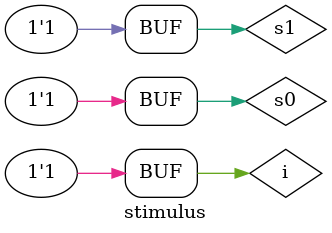
<source format=v>
module stimulus;
wire a,b,c,d;
reg i,s1,s0;


demux41_gate demux41_gate_1(i,s1,s0,a,b,c,d);
initial
begin
i=1'b0; s1=1'b0; s0=1'b0;
#10 i=1'b0;s1=1'b0; s0=1'b1;
#10 i=1'b0;s1=1'b1; s0=1'b0;
#10 i=1'b0;s1=1'b1; s0=1'b1;
#10 i=1'b1;s1=1'b0; s0=1'b0;
#10 i=1'b1;s1=1'b0; s0=1'b1;
#10 i=1'b1;s1=1'b1; s0=1'b0;
#10 i=1'b1;s1=1'b1; s0=1'b1;
end
endmodule

</source>
